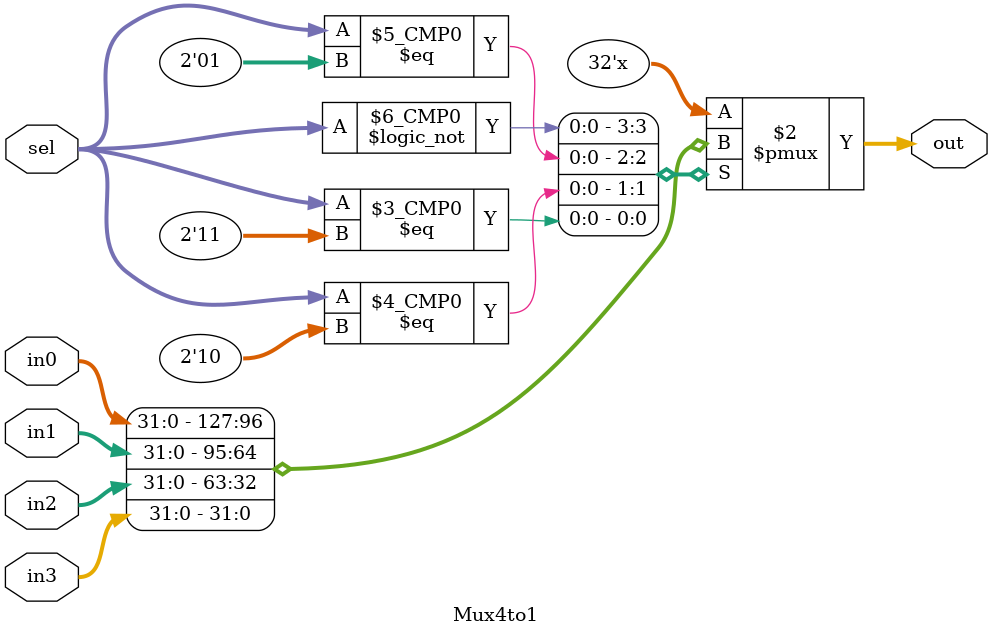
<source format=v>
`timescale 1ns/1ps

module Mux4to1(in0, in1, in2, in3,sel, out);
    input [31:0] in0, in1, in2, in3;
    input [1:0]sel;
    output reg[31:0]out;
    
    always @(sel or in0 or in1 or in2 or in3)begin
        case(sel)
            2'b00: out = in0;
            2'b01: out = in1;
            2'b10: out = in2;
            2'b11: out = in3;

            default: out = 32'bx;
        endcase
    end
    
    
endmodule
</source>
